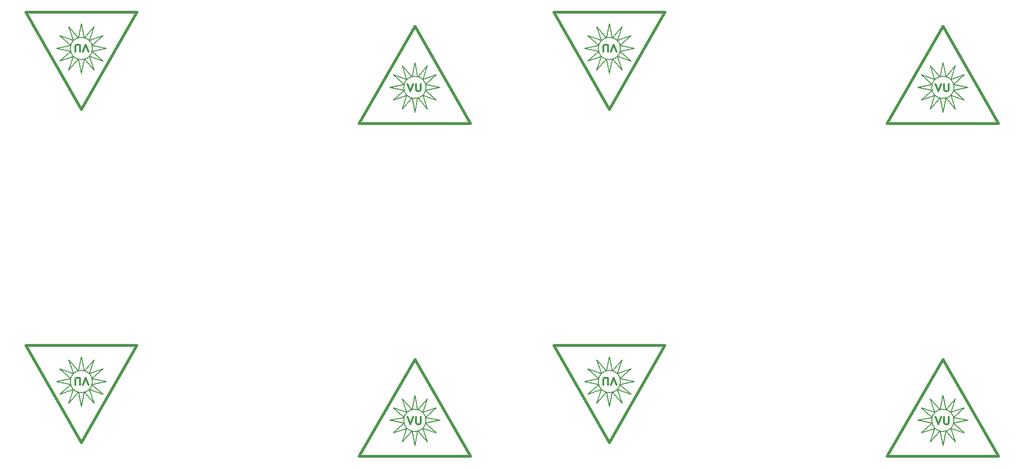
<source format=gbr>
G04 #@! TF.GenerationSoftware,KiCad,Pcbnew,(5.1.5)-3*
G04 #@! TF.CreationDate,2020-03-10T14:16:06+00:00*
G04 #@! TF.ProjectId,led_board,6c65645f-626f-4617-9264-2e6b69636164,rev?*
G04 #@! TF.SameCoordinates,Original*
G04 #@! TF.FileFunction,Legend,Bot*
G04 #@! TF.FilePolarity,Positive*
%FSLAX46Y46*%
G04 Gerber Fmt 4.6, Leading zero omitted, Abs format (unit mm)*
G04 Created by KiCad (PCBNEW (5.1.5)-3) date 2020-03-10 14:16:06*
%MOMM*%
%LPD*%
G04 APERTURE LIST*
%ADD10C,0.500000*%
%ADD11C,0.200000*%
%ADD12C,0.325000*%
G04 APERTURE END LIST*
D10*
X55000000Y-47500000D02*
X45000000Y-65000000D01*
X35000000Y-47500000D02*
X55000000Y-47500000D01*
X45000000Y-65000000D02*
X35000000Y-47500000D01*
D11*
X47275000Y-57882532D02*
X46458013Y-55467468D01*
X47275000Y-57882532D02*
X45591987Y-55967468D01*
X48882532Y-51725000D02*
X46467468Y-52541987D01*
X48882532Y-51725000D02*
X46967468Y-53408013D01*
X42725000Y-50117468D02*
X43541987Y-52532532D01*
X42725000Y-50117468D02*
X44408013Y-52032532D01*
X48882532Y-56275000D02*
X46967468Y-54591987D01*
X48882532Y-56275000D02*
X46467468Y-55458013D01*
X41117468Y-56275000D02*
X43032532Y-54591987D01*
X41117468Y-56275000D02*
X43532532Y-55458013D01*
X47275000Y-50117468D02*
X45591987Y-52032532D01*
X47275000Y-50117468D02*
X46458013Y-52532532D01*
X41117468Y-51725000D02*
X43032532Y-53408013D01*
X41117468Y-51725000D02*
X43532532Y-52541987D01*
X42725000Y-57882532D02*
X43541987Y-55467468D01*
X42725000Y-57882532D02*
X44408013Y-55967468D01*
X49500000Y-54000000D02*
X47000000Y-54500000D01*
X49500000Y-54000000D02*
X47000000Y-53500000D01*
X40500000Y-54000000D02*
X43000000Y-53500000D01*
X40500000Y-54000000D02*
X43000000Y-54500000D01*
X45000000Y-49500000D02*
X45500000Y-52000000D01*
X45000000Y-49500000D02*
X44500000Y-52000000D01*
X45000000Y-58500000D02*
X45500000Y-56000000D01*
X45000000Y-58500000D02*
X44500000Y-56000000D01*
X47000000Y-54000000D02*
G75*
G03X47000000Y-54000000I-2000000J0D01*
G01*
X47000000Y-114000000D02*
G75*
G03X47000000Y-114000000I-2000000J0D01*
G01*
X45000000Y-118500000D02*
X44500000Y-116000000D01*
X45000000Y-118500000D02*
X45500000Y-116000000D01*
X45000000Y-109500000D02*
X44500000Y-112000000D01*
X45000000Y-109500000D02*
X45500000Y-112000000D01*
X40500000Y-114000000D02*
X43000000Y-114500000D01*
X40500000Y-114000000D02*
X43000000Y-113500000D01*
X49500000Y-114000000D02*
X47000000Y-113500000D01*
X49500000Y-114000000D02*
X47000000Y-114500000D01*
X42725000Y-117882532D02*
X44408013Y-115967468D01*
X42725000Y-117882532D02*
X43541987Y-115467468D01*
X41117468Y-111725000D02*
X43532532Y-112541987D01*
X41117468Y-111725000D02*
X43032532Y-113408013D01*
X47275000Y-110117468D02*
X46458013Y-112532532D01*
X47275000Y-110117468D02*
X45591987Y-112032532D01*
X41117468Y-116275000D02*
X43532532Y-115458013D01*
X41117468Y-116275000D02*
X43032532Y-114591987D01*
X48882532Y-116275000D02*
X46467468Y-115458013D01*
X48882532Y-116275000D02*
X46967468Y-114591987D01*
X42725000Y-110117468D02*
X44408013Y-112032532D01*
X42725000Y-110117468D02*
X43541987Y-112532532D01*
X48882532Y-111725000D02*
X46967468Y-113408013D01*
X48882532Y-111725000D02*
X46467468Y-112541987D01*
X47275000Y-117882532D02*
X45591987Y-115967468D01*
X47275000Y-117882532D02*
X46458013Y-115467468D01*
D10*
X45000000Y-125000000D02*
X35000000Y-107500000D01*
X35000000Y-107500000D02*
X55000000Y-107500000D01*
X55000000Y-107500000D02*
X45000000Y-125000000D01*
D11*
X107000000Y-121000000D02*
G75*
G03X107000000Y-121000000I-2000000J0D01*
G01*
X105000000Y-116500000D02*
X105500000Y-119000000D01*
X105000000Y-116500000D02*
X104500000Y-119000000D01*
X105000000Y-125500000D02*
X105500000Y-123000000D01*
X105000000Y-125500000D02*
X104500000Y-123000000D01*
X109500000Y-121000000D02*
X107000000Y-120500000D01*
X109500000Y-121000000D02*
X107000000Y-121500000D01*
X100500000Y-121000000D02*
X103000000Y-121500000D01*
X100500000Y-121000000D02*
X103000000Y-120500000D01*
X107275000Y-117117468D02*
X105591987Y-119032532D01*
X107275000Y-117117468D02*
X106458013Y-119532532D01*
X108882532Y-123275000D02*
X106467468Y-122458013D01*
X108882532Y-123275000D02*
X106967468Y-121591987D01*
X102725000Y-124882532D02*
X103541987Y-122467468D01*
X102725000Y-124882532D02*
X104408013Y-122967468D01*
X108882532Y-118725000D02*
X106467468Y-119541987D01*
X108882532Y-118725000D02*
X106967468Y-120408013D01*
X101117468Y-118725000D02*
X103532532Y-119541987D01*
X101117468Y-118725000D02*
X103032532Y-120408013D01*
X107275000Y-124882532D02*
X105591987Y-122967468D01*
X107275000Y-124882532D02*
X106458013Y-122467468D01*
X101117468Y-123275000D02*
X103032532Y-121591987D01*
X101117468Y-123275000D02*
X103532532Y-122458013D01*
X102725000Y-117117468D02*
X104408013Y-119032532D01*
X102725000Y-117117468D02*
X103541987Y-119532532D01*
D10*
X105000000Y-110000000D02*
X115000000Y-127500000D01*
X115000000Y-127500000D02*
X95000000Y-127500000D01*
X95000000Y-127500000D02*
X105000000Y-110000000D01*
D11*
X142000000Y-114000000D02*
G75*
G03X142000000Y-114000000I-2000000J0D01*
G01*
X140000000Y-118500000D02*
X139500000Y-116000000D01*
X140000000Y-118500000D02*
X140500000Y-116000000D01*
X140000000Y-109500000D02*
X139500000Y-112000000D01*
X140000000Y-109500000D02*
X140500000Y-112000000D01*
X135500000Y-114000000D02*
X138000000Y-114500000D01*
X135500000Y-114000000D02*
X138000000Y-113500000D01*
X144500000Y-114000000D02*
X142000000Y-113500000D01*
X144500000Y-114000000D02*
X142000000Y-114500000D01*
X137725000Y-117882532D02*
X139408013Y-115967468D01*
X137725000Y-117882532D02*
X138541987Y-115467468D01*
X136117468Y-111725000D02*
X138532532Y-112541987D01*
X136117468Y-111725000D02*
X138032532Y-113408013D01*
X142275000Y-110117468D02*
X141458013Y-112532532D01*
X142275000Y-110117468D02*
X140591987Y-112032532D01*
X136117468Y-116275000D02*
X138532532Y-115458013D01*
X136117468Y-116275000D02*
X138032532Y-114591987D01*
X143882532Y-116275000D02*
X141467468Y-115458013D01*
X143882532Y-116275000D02*
X141967468Y-114591987D01*
X137725000Y-110117468D02*
X139408013Y-112032532D01*
X137725000Y-110117468D02*
X138541987Y-112532532D01*
X143882532Y-111725000D02*
X141967468Y-113408013D01*
X143882532Y-111725000D02*
X141467468Y-112541987D01*
X142275000Y-117882532D02*
X140591987Y-115967468D01*
X142275000Y-117882532D02*
X141458013Y-115467468D01*
D10*
X140000000Y-125000000D02*
X130000000Y-107500000D01*
X130000000Y-107500000D02*
X150000000Y-107500000D01*
X150000000Y-107500000D02*
X140000000Y-125000000D01*
D11*
X202000000Y-121000000D02*
G75*
G03X202000000Y-121000000I-2000000J0D01*
G01*
X200000000Y-116500000D02*
X200500000Y-119000000D01*
X200000000Y-116500000D02*
X199500000Y-119000000D01*
X200000000Y-125500000D02*
X200500000Y-123000000D01*
X200000000Y-125500000D02*
X199500000Y-123000000D01*
X204500000Y-121000000D02*
X202000000Y-120500000D01*
X204500000Y-121000000D02*
X202000000Y-121500000D01*
X195500000Y-121000000D02*
X198000000Y-121500000D01*
X195500000Y-121000000D02*
X198000000Y-120500000D01*
X202275000Y-117117468D02*
X200591987Y-119032532D01*
X202275000Y-117117468D02*
X201458013Y-119532532D01*
X203882532Y-123275000D02*
X201467468Y-122458013D01*
X203882532Y-123275000D02*
X201967468Y-121591987D01*
X197725000Y-124882532D02*
X198541987Y-122467468D01*
X197725000Y-124882532D02*
X199408013Y-122967468D01*
X203882532Y-118725000D02*
X201467468Y-119541987D01*
X203882532Y-118725000D02*
X201967468Y-120408013D01*
X196117468Y-118725000D02*
X198532532Y-119541987D01*
X196117468Y-118725000D02*
X198032532Y-120408013D01*
X202275000Y-124882532D02*
X200591987Y-122967468D01*
X202275000Y-124882532D02*
X201458013Y-122467468D01*
X196117468Y-123275000D02*
X198032532Y-121591987D01*
X196117468Y-123275000D02*
X198532532Y-122458013D01*
X197725000Y-117117468D02*
X199408013Y-119032532D01*
X197725000Y-117117468D02*
X198541987Y-119532532D01*
D10*
X200000000Y-110000000D02*
X210000000Y-127500000D01*
X210000000Y-127500000D02*
X190000000Y-127500000D01*
X190000000Y-127500000D02*
X200000000Y-110000000D01*
D11*
X202000000Y-61000000D02*
G75*
G03X202000000Y-61000000I-2000000J0D01*
G01*
X200000000Y-56500000D02*
X200500000Y-59000000D01*
X200000000Y-56500000D02*
X199500000Y-59000000D01*
X200000000Y-65500000D02*
X200500000Y-63000000D01*
X200000000Y-65500000D02*
X199500000Y-63000000D01*
X204500000Y-61000000D02*
X202000000Y-60500000D01*
X204500000Y-61000000D02*
X202000000Y-61500000D01*
X195500000Y-61000000D02*
X198000000Y-61500000D01*
X195500000Y-61000000D02*
X198000000Y-60500000D01*
X202275000Y-57117468D02*
X200591987Y-59032532D01*
X202275000Y-57117468D02*
X201458013Y-59532532D01*
X203882532Y-63275000D02*
X201467468Y-62458013D01*
X203882532Y-63275000D02*
X201967468Y-61591987D01*
X197725000Y-64882532D02*
X198541987Y-62467468D01*
X197725000Y-64882532D02*
X199408013Y-62967468D01*
X203882532Y-58725000D02*
X201467468Y-59541987D01*
X203882532Y-58725000D02*
X201967468Y-60408013D01*
X196117468Y-58725000D02*
X198532532Y-59541987D01*
X196117468Y-58725000D02*
X198032532Y-60408013D01*
X202275000Y-64882532D02*
X200591987Y-62967468D01*
X202275000Y-64882532D02*
X201458013Y-62467468D01*
X196117468Y-63275000D02*
X198032532Y-61591987D01*
X196117468Y-63275000D02*
X198532532Y-62458013D01*
X197725000Y-57117468D02*
X199408013Y-59032532D01*
X197725000Y-57117468D02*
X198541987Y-59532532D01*
D10*
X200000000Y-50000000D02*
X210000000Y-67500000D01*
X210000000Y-67500000D02*
X190000000Y-67500000D01*
X190000000Y-67500000D02*
X200000000Y-50000000D01*
D11*
X142000000Y-54000000D02*
G75*
G03X142000000Y-54000000I-2000000J0D01*
G01*
X140000000Y-58500000D02*
X139500000Y-56000000D01*
X140000000Y-58500000D02*
X140500000Y-56000000D01*
X140000000Y-49500000D02*
X139500000Y-52000000D01*
X140000000Y-49500000D02*
X140500000Y-52000000D01*
X135500000Y-54000000D02*
X138000000Y-54500000D01*
X135500000Y-54000000D02*
X138000000Y-53500000D01*
X144500000Y-54000000D02*
X142000000Y-53500000D01*
X144500000Y-54000000D02*
X142000000Y-54500000D01*
X137725000Y-57882532D02*
X139408013Y-55967468D01*
X137725000Y-57882532D02*
X138541987Y-55467468D01*
X136117468Y-51725000D02*
X138532532Y-52541987D01*
X136117468Y-51725000D02*
X138032532Y-53408013D01*
X142275000Y-50117468D02*
X141458013Y-52532532D01*
X142275000Y-50117468D02*
X140591987Y-52032532D01*
X136117468Y-56275000D02*
X138532532Y-55458013D01*
X136117468Y-56275000D02*
X138032532Y-54591987D01*
X143882532Y-56275000D02*
X141467468Y-55458013D01*
X143882532Y-56275000D02*
X141967468Y-54591987D01*
X137725000Y-50117468D02*
X139408013Y-52032532D01*
X137725000Y-50117468D02*
X138541987Y-52532532D01*
X143882532Y-51725000D02*
X141967468Y-53408013D01*
X143882532Y-51725000D02*
X141467468Y-52541987D01*
X142275000Y-57882532D02*
X140591987Y-55967468D01*
X142275000Y-57882532D02*
X141458013Y-55467468D01*
D10*
X140000000Y-65000000D02*
X130000000Y-47500000D01*
X130000000Y-47500000D02*
X150000000Y-47500000D01*
X150000000Y-47500000D02*
X140000000Y-65000000D01*
D11*
X107000000Y-61000000D02*
G75*
G03X107000000Y-61000000I-2000000J0D01*
G01*
X105000000Y-56500000D02*
X105500000Y-59000000D01*
X105000000Y-56500000D02*
X104500000Y-59000000D01*
X105000000Y-65500000D02*
X105500000Y-63000000D01*
X105000000Y-65500000D02*
X104500000Y-63000000D01*
X109500000Y-61000000D02*
X107000000Y-60500000D01*
X109500000Y-61000000D02*
X107000000Y-61500000D01*
X100500000Y-61000000D02*
X103000000Y-61500000D01*
X100500000Y-61000000D02*
X103000000Y-60500000D01*
X107275000Y-57117468D02*
X105591987Y-59032532D01*
X107275000Y-57117468D02*
X106458013Y-59532532D01*
X108882532Y-63275000D02*
X106467468Y-62458013D01*
X108882532Y-63275000D02*
X106967468Y-61591987D01*
X102725000Y-64882532D02*
X103541987Y-62467468D01*
X102725000Y-64882532D02*
X104408013Y-62967468D01*
X108882532Y-58725000D02*
X106467468Y-59541987D01*
X108882532Y-58725000D02*
X106967468Y-60408013D01*
X101117468Y-58725000D02*
X103532532Y-59541987D01*
X101117468Y-58725000D02*
X103032532Y-60408013D01*
X107275000Y-64882532D02*
X105591987Y-62967468D01*
X107275000Y-64882532D02*
X106458013Y-62467468D01*
X101117468Y-63275000D02*
X103032532Y-61591987D01*
X101117468Y-63275000D02*
X103532532Y-62458013D01*
X102725000Y-57117468D02*
X104408013Y-59032532D01*
X102725000Y-57117468D02*
X103541987Y-59532532D01*
D10*
X105000000Y-50000000D02*
X115000000Y-67500000D01*
X115000000Y-67500000D02*
X95000000Y-67500000D01*
X95000000Y-67500000D02*
X105000000Y-50000000D01*
D12*
X43928571Y-54611904D02*
X43928571Y-53559523D01*
X44000000Y-53435714D01*
X44071428Y-53373809D01*
X44214285Y-53311904D01*
X44500000Y-53311904D01*
X44642857Y-53373809D01*
X44714285Y-53435714D01*
X44785714Y-53559523D01*
X44785714Y-54611904D01*
X45285714Y-54611904D02*
X45785714Y-53311904D01*
X46285714Y-54611904D01*
X43928571Y-114611904D02*
X43928571Y-113559523D01*
X44000000Y-113435714D01*
X44071428Y-113373809D01*
X44214285Y-113311904D01*
X44500000Y-113311904D01*
X44642857Y-113373809D01*
X44714285Y-113435714D01*
X44785714Y-113559523D01*
X44785714Y-114611904D01*
X45285714Y-114611904D02*
X45785714Y-113311904D01*
X46285714Y-114611904D01*
X106071428Y-120388095D02*
X106071428Y-121440476D01*
X106000000Y-121564285D01*
X105928571Y-121626190D01*
X105785714Y-121688095D01*
X105500000Y-121688095D01*
X105357142Y-121626190D01*
X105285714Y-121564285D01*
X105214285Y-121440476D01*
X105214285Y-120388095D01*
X104714285Y-120388095D02*
X104214285Y-121688095D01*
X103714285Y-120388095D01*
X138928571Y-114611904D02*
X138928571Y-113559523D01*
X139000000Y-113435714D01*
X139071428Y-113373809D01*
X139214285Y-113311904D01*
X139500000Y-113311904D01*
X139642857Y-113373809D01*
X139714285Y-113435714D01*
X139785714Y-113559523D01*
X139785714Y-114611904D01*
X140285714Y-114611904D02*
X140785714Y-113311904D01*
X141285714Y-114611904D01*
X201071428Y-120388095D02*
X201071428Y-121440476D01*
X201000000Y-121564285D01*
X200928571Y-121626190D01*
X200785714Y-121688095D01*
X200500000Y-121688095D01*
X200357142Y-121626190D01*
X200285714Y-121564285D01*
X200214285Y-121440476D01*
X200214285Y-120388095D01*
X199714285Y-120388095D02*
X199214285Y-121688095D01*
X198714285Y-120388095D01*
X201071428Y-60388095D02*
X201071428Y-61440476D01*
X201000000Y-61564285D01*
X200928571Y-61626190D01*
X200785714Y-61688095D01*
X200500000Y-61688095D01*
X200357142Y-61626190D01*
X200285714Y-61564285D01*
X200214285Y-61440476D01*
X200214285Y-60388095D01*
X199714285Y-60388095D02*
X199214285Y-61688095D01*
X198714285Y-60388095D01*
X138928571Y-54611904D02*
X138928571Y-53559523D01*
X139000000Y-53435714D01*
X139071428Y-53373809D01*
X139214285Y-53311904D01*
X139500000Y-53311904D01*
X139642857Y-53373809D01*
X139714285Y-53435714D01*
X139785714Y-53559523D01*
X139785714Y-54611904D01*
X140285714Y-54611904D02*
X140785714Y-53311904D01*
X141285714Y-54611904D01*
X106071428Y-60388095D02*
X106071428Y-61440476D01*
X106000000Y-61564285D01*
X105928571Y-61626190D01*
X105785714Y-61688095D01*
X105500000Y-61688095D01*
X105357142Y-61626190D01*
X105285714Y-61564285D01*
X105214285Y-61440476D01*
X105214285Y-60388095D01*
X104714285Y-60388095D02*
X104214285Y-61688095D01*
X103714285Y-60388095D01*
M02*

</source>
